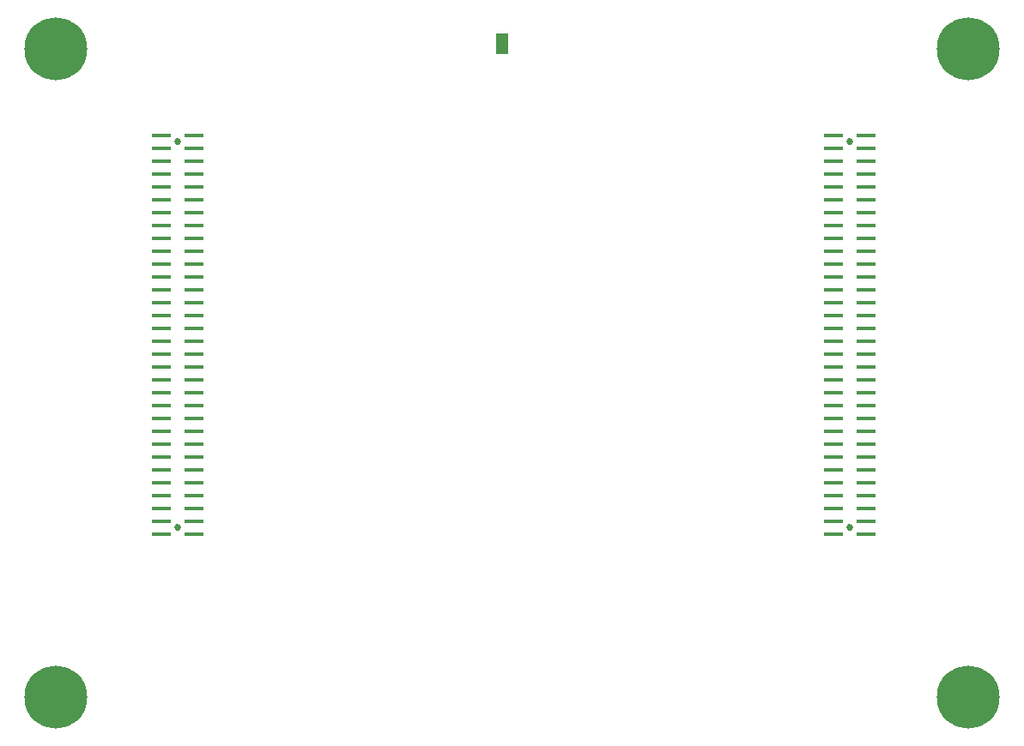
<source format=gbr>
G04 #@! TF.GenerationSoftware,KiCad,Pcbnew,5.1.9-73d0e3b20d~88~ubuntu20.04.1*
G04 #@! TF.CreationDate,2021-04-15T14:42:54-07:00*
G04 #@! TF.ProjectId,PD_ElectrodeBoard_v6,50445f45-6c65-4637-9472-6f6465426f61,6.1*
G04 #@! TF.SameCoordinates,Original*
G04 #@! TF.FileFunction,Soldermask,Bot*
G04 #@! TF.FilePolarity,Negative*
%FSLAX46Y46*%
G04 Gerber Fmt 4.6, Leading zero omitted, Abs format (unit mm)*
G04 Created by KiCad (PCBNEW 5.1.9-73d0e3b20d~88~ubuntu20.04.1) date 2021-04-15 14:42:54*
%MOMM*%
%LPD*%
G01*
G04 APERTURE LIST*
%ADD10R,1.200000X2.000000*%
%ADD11C,0.685800*%
%ADD12R,1.854200X0.457200*%
%ADD13C,6.200000*%
G04 APERTURE END LIST*
D10*
X199000000Y-58250000D03*
D11*
X233300000Y-106050000D03*
X233300000Y-67950000D03*
D12*
X234887500Y-67315000D03*
X231712500Y-67315000D03*
X234887500Y-68585000D03*
X231712500Y-68585000D03*
X234887500Y-69855000D03*
X231712500Y-69855000D03*
X234887500Y-71125000D03*
X231712500Y-71125000D03*
X234887500Y-72395000D03*
X231712500Y-72395000D03*
X234887500Y-73665000D03*
X231712500Y-73665000D03*
X234887500Y-74935000D03*
X231712500Y-74935000D03*
X234887500Y-76205000D03*
X231712500Y-76205000D03*
X234887500Y-77475000D03*
X231712500Y-77475000D03*
X234887500Y-78745000D03*
X231712500Y-78745000D03*
X234887500Y-80015000D03*
X231712500Y-80015000D03*
X234887500Y-81285000D03*
X231712500Y-81285000D03*
X234887500Y-82555000D03*
X231712500Y-82555000D03*
X234887500Y-83825000D03*
X231712500Y-83825000D03*
X234887500Y-85095000D03*
X231712500Y-85095000D03*
X234887500Y-86365000D03*
X231712500Y-86365000D03*
X234887500Y-87635000D03*
X231712500Y-87635000D03*
X234887500Y-88905000D03*
X231712500Y-88905000D03*
X234887500Y-90175000D03*
X231712500Y-90175000D03*
X234887500Y-91445000D03*
X231712500Y-91445000D03*
X234887500Y-92715000D03*
X231712500Y-92715000D03*
X234887500Y-93985000D03*
X231712500Y-93985000D03*
X234887500Y-95255000D03*
X231712500Y-95255000D03*
X234887500Y-96525000D03*
X231712500Y-96525000D03*
X234887500Y-97795000D03*
X231712500Y-97795000D03*
X234887500Y-99065000D03*
X231712500Y-99065000D03*
X234887500Y-100335000D03*
X231712500Y-100335000D03*
X234887500Y-101605000D03*
X231712500Y-101605000D03*
X234887500Y-102875000D03*
X231712500Y-102875000D03*
X234887500Y-104145000D03*
X231712500Y-104145000D03*
X234887500Y-105415000D03*
X231712500Y-105415000D03*
X234887500Y-106685000D03*
X231712500Y-106685000D03*
D11*
X167000000Y-106050000D03*
X167000000Y-67950000D03*
D12*
X168587500Y-67315000D03*
X165412500Y-67315000D03*
X168587500Y-68585000D03*
X165412500Y-68585000D03*
X168587500Y-69855000D03*
X165412500Y-69855000D03*
X168587500Y-71125000D03*
X165412500Y-71125000D03*
X168587500Y-72395000D03*
X165412500Y-72395000D03*
X168587500Y-73665000D03*
X165412500Y-73665000D03*
X168587500Y-74935000D03*
X165412500Y-74935000D03*
X168587500Y-76205000D03*
X165412500Y-76205000D03*
X168587500Y-77475000D03*
X165412500Y-77475000D03*
X168587500Y-78745000D03*
X165412500Y-78745000D03*
X168587500Y-80015000D03*
X165412500Y-80015000D03*
X168587500Y-81285000D03*
X165412500Y-81285000D03*
X168587500Y-82555000D03*
X165412500Y-82555000D03*
X168587500Y-83825000D03*
X165412500Y-83825000D03*
X168587500Y-85095000D03*
X165412500Y-85095000D03*
X168587500Y-86365000D03*
X165412500Y-86365000D03*
X168587500Y-87635000D03*
X165412500Y-87635000D03*
X168587500Y-88905000D03*
X165412500Y-88905000D03*
X168587500Y-90175000D03*
X165412500Y-90175000D03*
X168587500Y-91445000D03*
X165412500Y-91445000D03*
X168587500Y-92715000D03*
X165412500Y-92715000D03*
X168587500Y-93985000D03*
X165412500Y-93985000D03*
X168587500Y-95255000D03*
X165412500Y-95255000D03*
X168587500Y-96525000D03*
X165412500Y-96525000D03*
X168587500Y-97795000D03*
X165412500Y-97795000D03*
X168587500Y-99065000D03*
X165412500Y-99065000D03*
X168587500Y-100335000D03*
X165412500Y-100335000D03*
X168587500Y-101605000D03*
X165412500Y-101605000D03*
X168587500Y-102875000D03*
X165412500Y-102875000D03*
X168587500Y-104145000D03*
X165412500Y-104145000D03*
X168587500Y-105415000D03*
X165412500Y-105415000D03*
X168587500Y-106685000D03*
X165412500Y-106685000D03*
D13*
X245000000Y-122750000D03*
X155000000Y-122750000D03*
X245000000Y-58750000D03*
X155000000Y-58750000D03*
M02*

</source>
